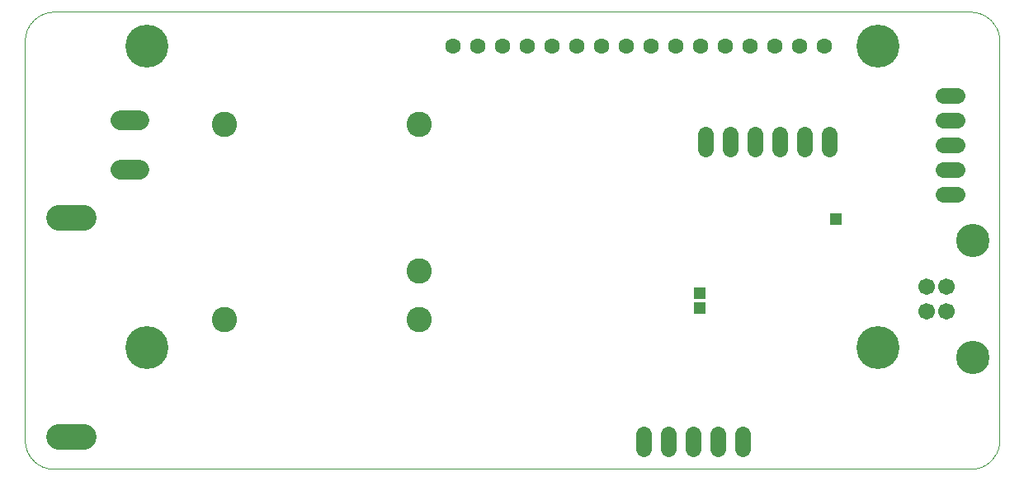
<source format=gbs>
G75*
%MOIN*%
%OFA0B0*%
%FSLAX25Y25*%
%IPPOS*%
%LPD*%
%AMOC8*
5,1,8,0,0,1.08239X$1,22.5*
%
%ADD10C,0.00394*%
%ADD11C,0.06699*%
%ADD12C,0.13455*%
%ADD13C,0.06306*%
%ADD14C,0.06306*%
%ADD15C,0.17392*%
%ADD16C,0.10243*%
%ADD17C,0.08077*%
%ADD18C,0.10400*%
%ADD19R,0.05124X0.05124*%
D10*
X0034249Y0022713D02*
X0404327Y0022713D01*
X0404612Y0022716D01*
X0404898Y0022727D01*
X0405183Y0022744D01*
X0405467Y0022768D01*
X0405751Y0022799D01*
X0406034Y0022837D01*
X0406315Y0022882D01*
X0406596Y0022933D01*
X0406876Y0022991D01*
X0407154Y0023056D01*
X0407430Y0023128D01*
X0407704Y0023206D01*
X0407977Y0023291D01*
X0408247Y0023383D01*
X0408515Y0023481D01*
X0408781Y0023585D01*
X0409044Y0023696D01*
X0409304Y0023813D01*
X0409562Y0023936D01*
X0409816Y0024066D01*
X0410067Y0024202D01*
X0410315Y0024343D01*
X0410559Y0024491D01*
X0410800Y0024644D01*
X0411036Y0024804D01*
X0411269Y0024969D01*
X0411498Y0025139D01*
X0411723Y0025315D01*
X0411943Y0025497D01*
X0412159Y0025683D01*
X0412370Y0025875D01*
X0412577Y0026072D01*
X0412779Y0026274D01*
X0412976Y0026481D01*
X0413168Y0026692D01*
X0413354Y0026908D01*
X0413536Y0027128D01*
X0413712Y0027353D01*
X0413882Y0027582D01*
X0414047Y0027815D01*
X0414207Y0028051D01*
X0414360Y0028292D01*
X0414508Y0028536D01*
X0414649Y0028784D01*
X0414785Y0029035D01*
X0414915Y0029289D01*
X0415038Y0029547D01*
X0415155Y0029807D01*
X0415266Y0030070D01*
X0415370Y0030336D01*
X0415468Y0030604D01*
X0415560Y0030874D01*
X0415645Y0031147D01*
X0415723Y0031421D01*
X0415795Y0031697D01*
X0415860Y0031975D01*
X0415918Y0032255D01*
X0415969Y0032536D01*
X0416014Y0032817D01*
X0416052Y0033100D01*
X0416083Y0033384D01*
X0416107Y0033668D01*
X0416124Y0033953D01*
X0416135Y0034239D01*
X0416138Y0034524D01*
X0416138Y0195941D01*
X0416135Y0196226D01*
X0416124Y0196512D01*
X0416107Y0196797D01*
X0416083Y0197081D01*
X0416052Y0197365D01*
X0416014Y0197648D01*
X0415969Y0197929D01*
X0415918Y0198210D01*
X0415860Y0198490D01*
X0415795Y0198768D01*
X0415723Y0199044D01*
X0415645Y0199318D01*
X0415560Y0199591D01*
X0415468Y0199861D01*
X0415370Y0200129D01*
X0415266Y0200395D01*
X0415155Y0200658D01*
X0415038Y0200918D01*
X0414915Y0201176D01*
X0414785Y0201430D01*
X0414649Y0201681D01*
X0414508Y0201929D01*
X0414360Y0202173D01*
X0414207Y0202414D01*
X0414047Y0202650D01*
X0413882Y0202883D01*
X0413712Y0203112D01*
X0413536Y0203337D01*
X0413354Y0203557D01*
X0413168Y0203773D01*
X0412976Y0203984D01*
X0412779Y0204191D01*
X0412577Y0204393D01*
X0412370Y0204590D01*
X0412159Y0204782D01*
X0411943Y0204968D01*
X0411723Y0205150D01*
X0411498Y0205326D01*
X0411269Y0205496D01*
X0411036Y0205661D01*
X0410800Y0205821D01*
X0410559Y0205974D01*
X0410315Y0206122D01*
X0410067Y0206263D01*
X0409816Y0206399D01*
X0409562Y0206529D01*
X0409304Y0206652D01*
X0409044Y0206769D01*
X0408781Y0206880D01*
X0408515Y0206984D01*
X0408247Y0207082D01*
X0407977Y0207174D01*
X0407704Y0207259D01*
X0407430Y0207337D01*
X0407154Y0207409D01*
X0406876Y0207474D01*
X0406596Y0207532D01*
X0406315Y0207583D01*
X0406034Y0207628D01*
X0405751Y0207666D01*
X0405467Y0207697D01*
X0405183Y0207721D01*
X0404898Y0207738D01*
X0404612Y0207749D01*
X0404327Y0207752D01*
X0034249Y0207752D01*
X0033964Y0207749D01*
X0033678Y0207738D01*
X0033393Y0207721D01*
X0033109Y0207697D01*
X0032825Y0207666D01*
X0032542Y0207628D01*
X0032261Y0207583D01*
X0031980Y0207532D01*
X0031700Y0207474D01*
X0031422Y0207409D01*
X0031146Y0207337D01*
X0030872Y0207259D01*
X0030599Y0207174D01*
X0030329Y0207082D01*
X0030061Y0206984D01*
X0029795Y0206880D01*
X0029532Y0206769D01*
X0029272Y0206652D01*
X0029014Y0206529D01*
X0028760Y0206399D01*
X0028509Y0206263D01*
X0028261Y0206122D01*
X0028017Y0205974D01*
X0027776Y0205821D01*
X0027540Y0205661D01*
X0027307Y0205496D01*
X0027078Y0205326D01*
X0026853Y0205150D01*
X0026633Y0204968D01*
X0026417Y0204782D01*
X0026206Y0204590D01*
X0025999Y0204393D01*
X0025797Y0204191D01*
X0025600Y0203984D01*
X0025408Y0203773D01*
X0025222Y0203557D01*
X0025040Y0203337D01*
X0024864Y0203112D01*
X0024694Y0202883D01*
X0024529Y0202650D01*
X0024369Y0202414D01*
X0024216Y0202173D01*
X0024068Y0201929D01*
X0023927Y0201681D01*
X0023791Y0201430D01*
X0023661Y0201176D01*
X0023538Y0200918D01*
X0023421Y0200658D01*
X0023310Y0200395D01*
X0023206Y0200129D01*
X0023108Y0199861D01*
X0023016Y0199591D01*
X0022931Y0199318D01*
X0022853Y0199044D01*
X0022781Y0198768D01*
X0022716Y0198490D01*
X0022658Y0198210D01*
X0022607Y0197929D01*
X0022562Y0197648D01*
X0022524Y0197365D01*
X0022493Y0197081D01*
X0022469Y0196797D01*
X0022452Y0196512D01*
X0022441Y0196226D01*
X0022438Y0195941D01*
X0022438Y0034524D01*
X0022441Y0034239D01*
X0022452Y0033953D01*
X0022469Y0033668D01*
X0022493Y0033384D01*
X0022524Y0033100D01*
X0022562Y0032817D01*
X0022607Y0032536D01*
X0022658Y0032255D01*
X0022716Y0031975D01*
X0022781Y0031697D01*
X0022853Y0031421D01*
X0022931Y0031147D01*
X0023016Y0030874D01*
X0023108Y0030604D01*
X0023206Y0030336D01*
X0023310Y0030070D01*
X0023421Y0029807D01*
X0023538Y0029547D01*
X0023661Y0029289D01*
X0023791Y0029035D01*
X0023927Y0028784D01*
X0024068Y0028536D01*
X0024216Y0028292D01*
X0024369Y0028051D01*
X0024529Y0027815D01*
X0024694Y0027582D01*
X0024864Y0027353D01*
X0025040Y0027128D01*
X0025222Y0026908D01*
X0025408Y0026692D01*
X0025600Y0026481D01*
X0025797Y0026274D01*
X0025999Y0026072D01*
X0026206Y0025875D01*
X0026417Y0025683D01*
X0026633Y0025497D01*
X0026853Y0025315D01*
X0027078Y0025139D01*
X0027307Y0024969D01*
X0027540Y0024804D01*
X0027776Y0024644D01*
X0028017Y0024491D01*
X0028261Y0024343D01*
X0028509Y0024202D01*
X0028760Y0024066D01*
X0029014Y0023936D01*
X0029272Y0023813D01*
X0029532Y0023696D01*
X0029795Y0023585D01*
X0030061Y0023481D01*
X0030329Y0023383D01*
X0030599Y0023291D01*
X0030872Y0023206D01*
X0031146Y0023128D01*
X0031422Y0023056D01*
X0031700Y0022991D01*
X0031980Y0022933D01*
X0032261Y0022882D01*
X0032542Y0022837D01*
X0032825Y0022799D01*
X0033109Y0022768D01*
X0033393Y0022744D01*
X0033678Y0022727D01*
X0033964Y0022716D01*
X0034249Y0022713D01*
D11*
X0386768Y0086689D03*
X0394642Y0086689D03*
X0394642Y0096531D03*
X0386768Y0096531D03*
D12*
X0405312Y0115311D03*
X0405312Y0067909D03*
D13*
X0312438Y0036915D02*
X0312438Y0031010D01*
X0302438Y0031010D02*
X0302438Y0036915D01*
X0292438Y0036915D02*
X0292438Y0031010D01*
X0282438Y0031010D02*
X0282438Y0036915D01*
X0272438Y0036915D02*
X0272438Y0031010D01*
X0393235Y0133963D02*
X0399140Y0133963D01*
X0399140Y0143963D02*
X0393235Y0143963D01*
X0393235Y0153963D02*
X0399140Y0153963D01*
X0399140Y0163963D02*
X0393235Y0163963D01*
X0393235Y0173963D02*
X0399140Y0173963D01*
X0347438Y0158165D02*
X0347438Y0152260D01*
X0337438Y0152260D02*
X0337438Y0158165D01*
X0327438Y0158165D02*
X0327438Y0152260D01*
X0317438Y0152260D02*
X0317438Y0158165D01*
X0307438Y0158165D02*
X0307438Y0152260D01*
X0297438Y0152260D02*
X0297438Y0158165D01*
D14*
X0295272Y0193972D03*
X0305272Y0193972D03*
X0315272Y0193972D03*
X0325272Y0193972D03*
X0335272Y0193972D03*
X0345272Y0193972D03*
X0285272Y0193972D03*
X0275272Y0193972D03*
X0265272Y0193972D03*
X0255272Y0193972D03*
X0245272Y0193972D03*
X0235272Y0193972D03*
X0225272Y0193972D03*
X0215272Y0193972D03*
X0205272Y0193972D03*
X0195272Y0193972D03*
D15*
X0071650Y0193972D03*
X0071650Y0071925D03*
X0366926Y0071925D03*
X0366926Y0193972D03*
D16*
X0181808Y0162083D03*
X0103068Y0162083D03*
X0181808Y0103028D03*
X0181808Y0083343D03*
X0103068Y0083343D03*
D17*
X0068776Y0143963D02*
X0061099Y0143963D01*
X0061099Y0163963D02*
X0068776Y0163963D01*
D18*
X0046188Y0124513D02*
X0036188Y0124513D01*
X0036188Y0035913D02*
X0046188Y0035913D01*
D19*
X0294938Y0087713D03*
X0294938Y0093963D03*
X0349938Y0123963D03*
M02*

</source>
